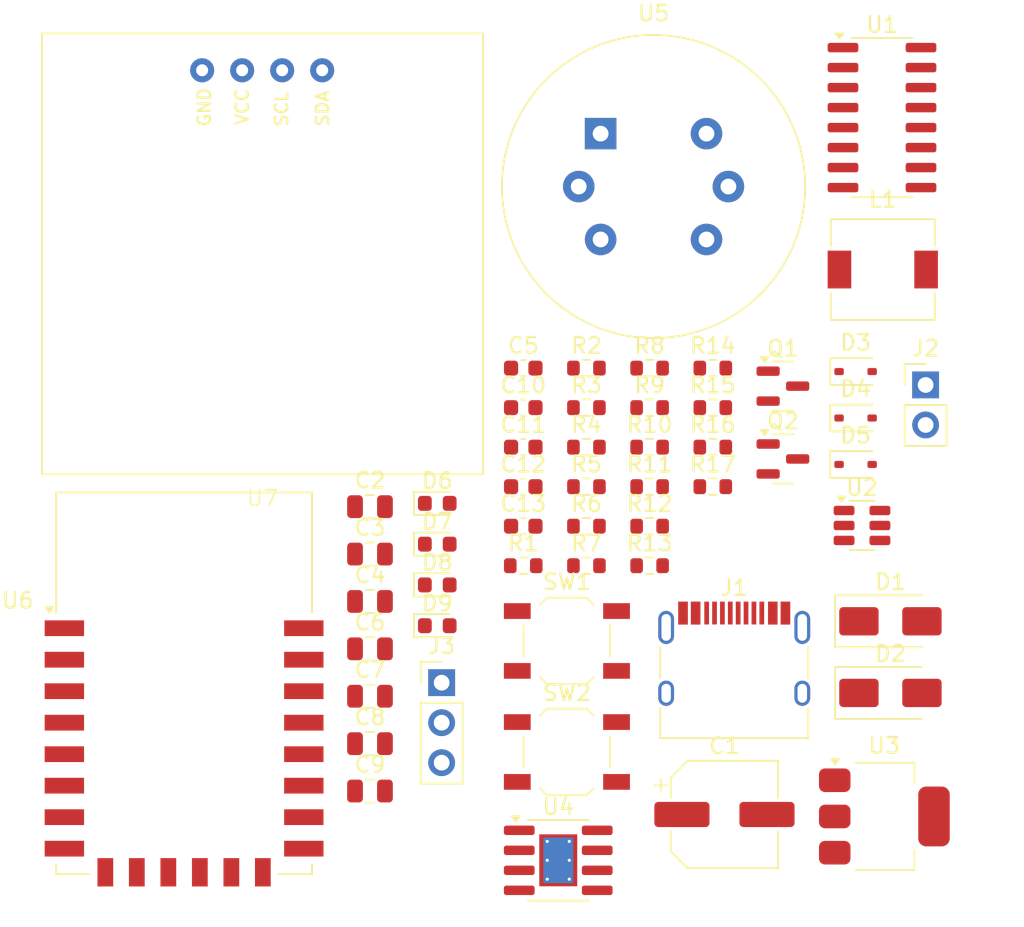
<source format=kicad_pcb>
(kicad_pcb (version 20241229) (generator "pcbnew") (generator_version "9.0")
  (layers (0 "F.Cu" signal) (4 "In1.Cu" signal) (6 "In2.Cu" signal) (2 "B.Cu" mixed) (13 "F.Paste" user) (15 "B.Paste" user) (5 "F.SilkS" user "F.Silkscreen") (7 "B.SilkS" user "B.Silkscreen") (1 "F.Mask" user) (3 "B.Mask" user) (25 "Edge.Cuts" user))
  (net 0 "")
  (net 1 "GND")
  (net 2 "+5V")
  (net 3 "Net-(U1-V3)")
  (net 4 "VBATT{slash}PWR")
  (net 5 "+3.3V")
  (net 6 "VBATT")
  (net 7 "Net-(C10-Pad2)")
  (net 8 "Net-(C11-Pad2)")
  (net 9 "MCU_3V3")
  (net 10 "VBUS")
  (net 11 "Net-(D2-A)")
  (net 12 "D+")
  (net 13 "D-")
  (net 14 "Net-(D6-K)")
  (net 15 "Net-(D7-K)")
  (net 16 "Net-(D8-A)")
  (net 17 "Net-(D9-A)")
  (net 18 "Net-(J1-CC2)")
  (net 19 "Net-(J1-CC1)")
  (net 23 "Net-(U2-EN)")
  (net 24 "RTS")
  (net 25 "RESET")
  (net 26 "Net-(Q1-B)")
  (net 27 "Net-(Q2-B)")
  (net 28 "DTR")
  (net 29 "100{slash}D3")
  (net 30 "Net-(U2-FB)")
  (net 31 "Net-(U4-~{CHRG})")
  (net 32 "Net-(U4-~{STDBY})")
  (net 33 "Net-(U4-PROG)")
  (net 34 "AO")
  (net 35 "Net-(U5-A1)")
  (net 36 "Net-(U6-EN)")
  (net 37 "EXT{slash}1013")
  (net 38 "LED{slash}1014")
  (net 41 "TXD")
  (net 45 "RXD")
  (net 59 "SCL{slash}105")
  (net 60 "SDA{slash}104")
  (footprint "Capacitor_SMD:C_0805_2012Metric" (layer "F.Cu") (at 137.545 105.31)
    (property "Reference" "C3" (at 0 -1.68 0) (layer "F.SilkS"))
    (property "Value" "22uf")
    (fp_line (start -0.261252 -0.735) (end 0.261252 -0.735) (stroke (width 0.12)) (layer "F.SilkS"))
    (fp_line (start -0.261252 0.735) (end 0.261252 0.735) (stroke (width 0.12)) (layer "F.SilkS"))
    (pad "1" smd roundrect (at -0.95 0) (size 1 1.45) (layers "F.Cu" "F.Mask" "F.Paste") (net 2 "+5V"))
    (pad "2" smd roundrect (at 0.95 0) (size 1 1.45) (layers "F.Cu" "F.Mask" "F.Paste") (net 1 "GND"))
  )
  (footprint "Resistor_SMD:R_0603_1608Metric" (layer "F.Cu") (at 159.305 98.52)
    (property "Reference" "R16" (at 0 -1.43 0) (layer "F.SilkS"))
    (property "Value" "220E")
    (fp_line (start -0.237258 -0.5225) (end 0.237258 -0.5225) (stroke (width 0.12)) (layer "F.SilkS"))
    (fp_line (start -0.237258 0.5225) (end 0.237258 0.5225) (stroke (width 0.12)) (layer "F.SilkS"))
    (pad "1" smd roundrect (at -0.825 0) (size 0.8 0.95) (layers "F.Cu" "F.Mask" "F.Paste") (net 16 "Net-(D8-A)"))
    (pad "2" smd roundrect (at 0.825 0) (size 0.8 0.95) (layers "F.Cu" "F.Mask" "F.Paste") (net 37 "EXT{slash}1013"))
  )
  (footprint "Resistor_SMD:R_0603_1608Metric" (layer "F.Cu") (at 151.285 96.01)
    (property "Reference" "R3" (at 0 -1.43 0) (layer "F.SilkS"))
    (property "Value" "10k")
    (fp_line (start -0.237258 -0.5225) (end 0.237258 -0.5225) (stroke (width 0.12)) (layer "F.SilkS"))
    (fp_line (start -0.237258 0.5225) (end 0.237258 0.5225) (stroke (width 0.12)) (layer "F.SilkS"))
    (pad "1" smd roundrect (at -0.825 0) (size 0.8 0.95) (layers "F.Cu" "F.Mask" "F.Paste") (net 28 "DTR"))
    (pad "2" smd roundrect (at 0.825 0) (size 0.8 0.95) (layers "F.Cu" "F.Mask" "F.Paste") (net 26 "Net-(Q1-B)"))
  )
  (footprint "Diode_SMD:D_SOD-323" (layer "F.Cu") (at 168.37 96.67)
    (property "Reference" "D4" (at 0 -1.85 0) (layer "F.SilkS"))
    (property "Value" "LESD5D5.OCT1G")
    (fp_line (start -1.61 -0.85) (end -1.61 0.85) (stroke (width 0.12)) (layer "F.SilkS"))
    (fp_line (start -1.61 -0.85) (end 1.05 -0.85) (stroke (width 0.12)) (layer "F.SilkS"))
    (fp_line (start -1.61 0.85) (end 1.05 0.85) (stroke (width 0.12)) (layer "F.SilkS"))
    (pad "1" smd roundrect (at -1.05 0) (size 0.6 0.45) (layers "F.Cu" "F.Mask" "F.Paste") (net 1 "GND"))
    (pad "2" smd roundrect (at 1.05 0) (size 0.6 0.45) (layers "F.Cu" "F.Mask" "F.Paste") (net 12 "D+"))
  )
  (footprint "Resistor_SMD:R_0603_1608Metric" (layer "F.Cu") (at 151.285 98.52)
    (property "Reference" "R4" (at 0 -1.43 0) (layer "F.SilkS"))
    (property "Value" "10k")
    (fp_line (start -0.237258 -0.5225) (end 0.237258 -0.5225) (stroke (width 0.12)) (layer "F.SilkS"))
    (fp_line (start -0.237258 0.5225) (end 0.237258 0.5225) (stroke (width 0.12)) (layer "F.SilkS"))
    (pad "1" smd roundrect (at -0.825 0) (size 0.8 0.95) (layers "F.Cu" "F.Mask" "F.Paste") (net 24 "RTS"))
    (pad "2" smd roundrect (at 0.825 0) (size 0.8 0.95) (layers "F.Cu" "F.Mask" "F.Paste") (net 27 "Net-(Q2-B)"))
  )
  (footprint "Capacitor_SMD:C_0603_1608Metric" (layer "F.Cu") (at 147.275 93.5)
    (property "Reference" "C5" (at 0 -1.43 0) (layer "F.SilkS"))
    (property "Value" "0.1uf")
    (fp_line (start -0.14058 -0.51) (end 0.14058 -0.51) (stroke (width 0.12)) (layer "F.SilkS"))
    (fp_line (start -0.14058 0.51) (end 0.14058 0.51) (stroke (width 0.12)) (layer "F.SilkS"))
    (pad "1" smd roundrect (at -0.775 0) (size 0.9 0.95) (layers "F.Cu" "F.Mask" "F.Paste") (net 2 "+5V"))
    (pad "2" smd roundrect (at 0.775 0) (size 0.9 0.95) (layers "F.Cu" "F.Mask" "F.Paste") (net 1 "GND"))
  )
  (footprint "Resistor_SMD:R_0603_1608Metric" (layer "F.Cu") (at 151.285 101.03)
    (property "Reference" "R5" (at 0 -1.43 0) (layer "F.SilkS"))
    (property "Value" "75k")
    (fp_line (start -0.237258 -0.5225) (end 0.237258 -0.5225) (stroke (width 0.12)) (layer "F.SilkS"))
    (fp_line (start -0.237258 0.5225) (end 0.237258 0.5225) (stroke (width 0.12)) (layer "F.SilkS"))
    (pad "1" smd roundrect (at -0.825 0) (size 0.8 0.95) (layers "F.Cu" "F.Mask" "F.Paste") (net 2 "+5V"))
    (pad "2" smd roundrect (at 0.825 0) (size 0.8 0.95) (layers "F.Cu" "F.Mask" "F.Paste") (net 30 "Net-(U2-FB)"))
  )
  (footprint "Package_TO_SOT_SMD:SOT-23" (layer "F.Cu") (at 163.755 99.27)
    (property "Reference" "Q2" (at 0 -2.4 0) (layer "F.SilkS"))
    (property "Value" "SS8050")
    (fp_line (start 0 -1.56) (end -0.65 -1.56) (stroke (width 0.12)) (layer "F.SilkS"))
    (fp_line (start 0 -1.56) (end 0.65 -1.56) (stroke (width 0.12)) (layer "F.SilkS"))
    (fp_line (start 0 1.56) (end -0.65 1.56) (stroke (width 0.12)) (layer "F.SilkS"))
    (fp_line (start 0 1.56) (end 0.65 1.56) (stroke (width 0.12)) (layer "F.SilkS"))
    (fp_poly (pts (xy -1.1625 -1.51) (xy -1.4025 -1.84) (xy -0.9225 -1.84) (xy -1.1625 -1.51)) (stroke (width 0.12)) (fill yes) (layer "F.SilkS"))
    (pad "1" smd roundrect (at -0.9375 -0.95) (size 1.475 0.6) (layers "F.Cu" "F.Mask" "F.Paste") (net 27 "Net-(Q2-B)"))
    (pad "2" smd roundrect (at -0.9375 0.95) (size 1.475 0.6) (layers "F.Cu" "F.Mask" "F.Paste") (net 28 "DTR"))
    (pad "3" smd roundrect (at 0.9375 0) (size 1.475 0.6) (layers "F.Cu" "F.Mask" "F.Paste") (net 29 "100{slash}D3"))
  )
  (footprint "Capacitor_SMD:C_0603_1608Metric" (layer "F.Cu") (at 147.275 103.54)
    (property "Reference" "C13" (at 0 -1.43 0) (layer "F.SilkS"))
    (property "Value" "0.1uf")
    (fp_line (start -0.14058 -0.51) (end 0.14058 -0.51) (stroke (width 0.12)) (layer "F.SilkS"))
    (fp_line (start -0.14058 0.51) (end 0.14058 0.51) (stroke (width 0.12)) (layer "F.SilkS"))
    (pad "1" smd roundrect (at -0.775 0) (size 0.9 0.95) (layers "F.Cu" "F.Mask" "F.Paste") (net 9 "MCU_3V3"))
    (pad "2" smd roundrect (at 0.775 0) (size 0.9 0.95) (layers "F.Cu" "F.Mask" "F.Paste") (net 1 "GND"))
  )
  (footprint "Connector_PinHeader_2.54mm:PinHeader_1x02_P2.54mm_Vertical" (layer "F.Cu") (at 172.815 94.57)
    (property "Reference" "J2" (at 0 -2.33 0) (layer "F.SilkS"))
    (property "Value" "Conn_01x02_Pin")
    (fp_line (start -1.33 -1.33) (end 0 -1.33) (stroke (width 0.12)) (layer "F.SilkS"))
    (fp_line (start -1.33 0) (end -1.33 -1.33) (stroke (width 0.12)) (layer "F.SilkS"))
    (fp_line (start -1.33 1.27) (end -1.33 3.87) (stroke (width 0.12)) (layer "F.SilkS"))
    (fp_line (start -1.33 1.27) (end 1.33 1.27) (stroke (width 0.12)) (layer "F.SilkS"))
    (fp_line (start -1.33 3.87) (end 1.33 3.87) (stroke (width 0.12)) (layer "F.SilkS"))
    (fp_line (start 1.33 1.27) (end 1.33 3.87) (stroke (width 0.12)) (layer "F.SilkS"))
    (pad "1" thru_hole rect (at 0 0) (size 1.7 1.7) (drill 1) (layers "*.Cu" "*.Mask") (net 6 "VBATT"))
    (pad "2" thru_hole oval (at 0 2.54) (size 1.7 1.7) (drill 1) (layers "*.Cu" "*.Mask") (net 1 "GND"))
  )
  (footprint "Capacitor_SMD:C_0805_2012Metric" (layer "F.Cu") (at 137.545 108.32)
    (property "Reference" "C4" (at 0 -1.68 0) (layer "F.SilkS"))
    (property "Value" "22uf")
    (fp_line (start -0.261252 -0.735) (end 0.261252 -0.735) (stroke (width 0.12)) (layer "F.SilkS"))
    (fp_line (start -0.261252 0.735) (end 0.261252 0.735) (stroke (width 0.12)) (layer "F.SilkS"))
    (pad "1" smd roundrect (at -0.95 0) (size 1 1.45) (layers "F.Cu" "F.Mask" "F.Paste") (net 4 "VBATT{slash}PWR"))
    (pad "2" smd roundrect (at 0.95 0) (size 1 1.45) (layers "F.Cu" "F.Mask" "F.Paste") (net 1 "GND"))
  )
  (footprint "Diode_SMD:D_SMA" (layer "F.Cu") (at 170.58 109.58)
    (property "Reference" "D1" (at 0 -2.5 0) (layer "F.SilkS"))
    (property "Value" "SS34")
    (fp_line (start -3.51 -1.65) (end -3.51 1.65) (stroke (width 0.12)) (layer "F.SilkS"))
    (fp_line (start -3.51 -1.65) (end 2 -1.65) (stroke (width 0.12)) (layer "F.SilkS"))
    (fp_line (start -3.51 1.65) (end 2 1.65) (stroke (width 0.12)) (layer "F.SilkS"))
    (pad "1" smd roundrect (at -2 0) (size 2.5 1.8) (layers "F.Cu" "F.Mask" "F.Paste") (roundrect_rratio 0.1388888889) (net 2 "+5V"))
    (pad "2" smd roundrect (at 2 0) (size 2.5 1.8) (layers "F.Cu" "F.Mask" "F.Paste") (roundrect_rratio 0.1388888889) (net 10 "VBUS"))
  )
  (footprint "Resistor_SMD:R_0603_1608Metric" (layer "F.Cu") (at 159.305 93.5)
    (property "Reference" "R14" (at 0 -1.43 0) (layer "F.SilkS"))
    (property "Value" "10k")
    (fp_line (start -0.237258 -0.5225) (end 0.237258 -0.5225) (stroke (width 0.12)) (layer "F.SilkS"))
    (fp_line (start -0.237258 0.5225) (end 0.237258 0.5225) (stroke (width 0.12)) (layer "F.SilkS"))
    (pad "1" smd roundrect (at -0.825 0) (size 0.8 0.95) (layers "F.Cu" "F.Mask" "F.Paste") (net 8 "Net-(C11-Pad2)"))
    (pad "2" smd roundrect (at 0.825 0) (size 0.8 0.95) (layers "F.Cu" "F.Mask" "F.Paste") (net 9 "MCU_3V3"))
  )
  (footprint "OLED SSD1306:SSD 1306" (layer "F.Cu") (at 130.7 84.745)
    (property "Reference" "U7" (at 0.02 17.02 0) (layer "F.SilkS") (effects (font (thickness 0.1))))
    (property "Value" "SSD 1306")
    (fp_line (start -13.98 -12.5) (end 14.02 -12.5) (stroke (width 0.1)) (layer "F.SilkS"))
    (fp_line (start -13.98 15.5) (end -13.98 -12.5) (stroke (width 0.1)) (layer "F.SilkS"))
    (fp_line (start 14.02 -12.5) (end 14.02 15.5) (stroke (width 0.1)) (layer "F.SilkS"))
    (fp_line (start 14.02 15.5) (end -13.98 15.5) (stroke (width 0.1)) (layer "F.SilkS"))
    (fp_rect (start -13.98 -12.5) (end 14.02 15.5) (stroke (width 0.1)) (fill no) (layer "F.SilkS"))
    (fp_text user "SCL" (at 1.7 -6.5 90) (layer "F.SilkS") (effects (font (size 0.8 0.8) (thickness 0.15) (bold yes)) (justify left bottom)))
    (fp_text user "GND" (at -3.2 -6.5 90) (layer "F.SilkS") (effects (font (size 0.8 0.8) (thickness 0.15) (bold yes)) (justify left bottom)))
    (fp_text user "VCC" (at -0.8 -6.6 90) (layer "F.SilkS") (effects (font (size 0.8 0.8) (thickness 0.15) (bold yes)) (justify left bottom)))
    (fp_text user "SDA" (at 4.3 -6.5 90) (layer "F.SilkS") (effects (font (size 0.8 0.8) (thickness 0.15) (bold yes)) (justify left bottom)))
    (pad "1" thru_hole circle (at -3.81 -10.16) (size 1.524 1.524) (drill 0.762) (layers "*.Cu" "*.Mask") (net 1 "GND"))
    (pad "2" thru_hole circle (at -1.27 -10.16) (size 1.524 1.524) (drill 0.762) (layers "*.Cu" "*.Mask") (net 2 "+5V"))
    (pad "3" thru_hole circle (at 1.27 -10.16) (size 1.524 1.524) (drill 0.762) (layers "*.Cu" "*.Mask") (net 59 "SCL{slash}105"))
    (pad "4" thru_hole circle (at 3.81 -10.16) (size 1.524 1.524) (drill 0.762) (layers "*.Cu" "*.Mask") (net 60 "SDA{slash}104"))
  )
  (footprint "Diode_SMD:D_0603_1608Metric" (layer "F.Cu") (at 141.815 102.09)
    (property "Reference" "D6" (at 0 -1.43 0) (layer "F.SilkS"))
    (property "Value" "RED")
    (fp_line (start -1.485 -0.735) (end -1.485 0.735) (stroke (width 0.12)) (layer "F.SilkS"))
    (fp_line (start -1.485 0.735) (end 0.8 0.735) (stroke (width 0.12)) (layer "F.SilkS"))
    (fp_line (start 0.8 -0.735) (end -1.485 -0.735) (stroke (width 0.12)) (layer "F.SilkS"))
    (pad "1" smd roundrect (at -0.7875 0) (size 0.875 0.95) (layers "F.Cu" "F.Mask" "F.Paste") (net 14 "Net-(D6-K)"))
    (pad "2" smd roundrect (at 0.7875 0) (size 0.875 0.95) (layers "F.Cu" "F.Mask" "F.Paste") (net 2 "+5V"))
  )
  (footprint "Capacitor_SMD:C_0805_2012Metric" (layer "F.Cu") (at 137.545 117.35)
    (property "Reference" "C8" (at 0 -1.68 0) (layer "F.SilkS"))
    (property "Value" "10uf")
    (fp_line (start -0.261252 -0.735) (end 0.261252 -0.735) (stroke (width 0.12)) (layer "F.SilkS"))
    (fp_line (start -0.261252 0.735) (end 0.261252 0.735) (stroke (width 0.12)) (layer "F.SilkS"))
    (pad "1" smd roundrect (at -0.95 0) (size 1 1.45) (layers "F.Cu" "F.Mask" "F.Paste") (net 2 "+5V"))
    (pad "2" smd roundrect (at 0.95 0) (size 1 1.45) (layers "F.Cu" "F.Mask" "F.Paste") (net 1 "GND"))
  )
  (footprint "Capacitor_SMD:C_0805_2012Metric" (layer "F.Cu") (at 137.545 120.36)
    (property "Reference" "C9" (at 0 -1.68 0) (layer "F.SilkS"))
    (property "Value" "10uf")
    (fp_line (start -0.261252 -0.735) (end 0.261252 -0.735) (stroke (width 0.12)) (layer "F.SilkS"))
    (fp_line (start -0.261252 0.735) (end 0.261252 0.735) (stroke (width 0.12)) (layer "F.SilkS"))
    (pad "1" smd roundrect (at -0.95 0) (size 1 1.45) (layers "F.Cu" "F.Mask" "F.Paste") (net 6 "VBATT"))
    (pad "2" smd roundrect (at 0.95 0) (size 1 1.45) (layers "F.Cu" "F.Mask" "F.Paste") (net 1 "GND"))
  )
  (footprint "Diode_SMD:D_0603_1608Metric" (layer "F.Cu") (at 141.815 109.86)
    (property "Reference" "D9" (at 0 -1.43 0) (layer "F.SilkS"))
    (property "Value" "LED")
    (fp_line (start -1.485 -0.735) (end -1.485 0.735) (stroke (width 0.12)) (layer "F.SilkS"))
    (fp_line (start -1.485 0.735) (end 0.8 0.735) (stroke (width 0.12)) (layer "F.SilkS"))
    (fp_line (start 0.8 -0.735) (end -1.485 -0.735) (stroke (width 0.12)) (layer "F.SilkS"))
    (pad "1" smd roundrect (at -0.7875 0) (size 0.875 0.95) (layers "F.Cu" "F.Mask" "F.Paste") (net 1 "GND"))
    (pad "2" smd roundrect (at 0.7875 0) (size 0.875 0.95) (layers "F.Cu" "F.Mask" "F.Paste") (net 17 "Net-(D9-A)"))
  )
  (footprint "Resistor_SMD:R_0603_1608Metric" (layer "F.Cu") (at 155.295 101.03)
    (property "Reference" "R11" (at 0 -1.43 0) (layer "F.SilkS"))
    (property "Value" "1k")
    (fp_line (start -0.237258 -0.5225) (end 0.237258 -0.5225) (stroke (width 0.12)) (layer "F.SilkS"))
    (fp_line (start -0.237258 0.5225) (end 0.237258 0.5225) (stroke (width 0.12)) (layer "F.SilkS"))
    (pad "1" smd roundrect (at -0.825 0) (size 0.8 0.95) (layers "F.Cu" "F.Mask" "F.Paste") (net 1 "GND"))
    (pad "2" smd roundrect (at 0.825 0) (size 0.8 0.95) (layers "F.Cu" "F.Mask" "F.Paste") (net 34 "AO"))
  )
  (footprint "Resistor_SMD:R_0603_1608Metric" (layer "F.Cu") (at 151.285 103.54)
    (property "Reference" "R6" (at 0 -1.43 0) (layer "F.SilkS"))
    (property "Value" "10k")
    (fp_line (start -0.237258 -0.5225) (end 0.237258 -0.5225) (stroke (width 0.12)) (layer "F.SilkS"))
    (fp_line (start -0.237258 0.5225) (end 0.237258 0.5225) (stroke (width 0.12)) (layer "F.SilkS"))
    (pad "1" smd roundrect (at -0.825 0) (size 0.8 0.95) (layers "F.Cu" "F.Mask" "F.Paste") (net 30 "Net-(U2-FB)"))
    (pad "2" smd roundrect (at 0.825 0) (size 0.8 0.95) (layers "F.Cu" "F.Mask" "F.Paste") (net 1 "GND"))
  )
  (footprint "Resistor_SMD:R_0603_1608Metric" (layer "F.Cu") (at 147.275 106.05)
    (property "Reference" "R1" (at 0 -1.43 0) (layer "F.SilkS"))
    (property "Value" "5.1k")
    (fp_line (start -0.237258 -0.5225) (end 0.237258 -0.5225) (stroke (width 0.12)) (layer "F.SilkS"))
    (fp_line (start -0.237258 0.5225) (end 0.237258 0.5225) (stroke (width 0.12)) (layer "F.SilkS"))
    (pad "1" smd roundrect (at -0.825 0) (size 0.8 0.95) (layers "F.Cu" "F.Mask" "F.Paste") (net 19 "Net-(J1-CC1)"))
    (pad "2" smd roundrect (at 0.825 0) (size 0.8 0.95) (layers "F.Cu" "F.Mask" "F.Paste") (net 1 "GND"))
  )
  (footprint "Resistor_SMD:R_0603_1608Metric" (layer "F.Cu") (at 155.295 98.52)
    (property "Reference" "R10" (at 0 -1.43 0) (layer "F.SilkS"))
    (property "Value" "4.7k")
    (fp_line (start -0.237258 -0.5225) (end 0.237258 -0.5225) (stroke (width 0.12)) (layer "F.SilkS"))
    (fp_line (start -0.237258 0.5225) (end 0.237258 0.5225) (stroke (width 0.12)) (layer "F.SilkS"))
    (pad "1" smd roundrect (at -0.825 0) (size 0.8 0.95) (layers "F.Cu" "F.Mask" "F.Paste") (net 34 "AO"))
    (pad "2" smd roundrect (at 0.825 0) (size 0.8 0.95) (layers "F.Cu" "F.Mask" "F.Paste") (net 35 "Net-(U5-A1)"))
  )
  (footprint "Diode_SMD:D_0603_1608Metric" (layer "F.Cu") (at 141.815 107.27)
    (property "Reference" "D8" (at 0 -1.43 0) (layer "F.SilkS"))
    (property "Value" "LED")
    (fp_line (start -1.485 -0.735) (end -1.485 0.735) (stroke (width 0.12)) (layer "F.SilkS"))
    (fp_line (start -1.485 0.735) (end 0.8 0.735) (stroke (width 0.12)) (layer "F.SilkS"))
    (fp_line (start 0.8 -0.735) (end -1.485 -0.735) (stroke (width 0.12)) (layer "F.SilkS"))
    (pad "1" smd roundrect (at -0.7875 0) (size 0.875 0.95) (layers "F.Cu" "F.Mask" "F.Paste") (net 1 "GND"))
    (pad "2" smd roundrect (at 0.7875 0) (size 0.875 0.95) (layers "F.Cu" "F.Mask" "F.Paste") (net 16 "Net-(D8-A)"))
  )
  (footprint "Resistor_SMD:R_0603_1608Metric" (layer "F.Cu") (at 155.295 93.5)
    (property "Reference" "R8" (at 0 -1.43 0) (layer "F.SilkS"))
    (property "Value" "1k")
    (fp_line (start -0.237258 -0.5225) (end 0.237258 -0.5225) (stroke (width 0.12)) (layer "F.SilkS"))
    (fp_line (start -0.237258 0.5225) (end 0.237258 0.5225) (stroke (width 0.12)) (layer "F.SilkS"))
    (pad "1" smd roundrect (at -0.825 0) (size 0.8 0.95) (layers "F.Cu" "F.Mask" "F.Paste") (net 14 "Net-(D6-K)"))
    (pad "2" smd roundrect (at 0.825 0) (size 0.8 0.95) (layers "F.Cu" "F.Mask" "F.Paste") (net 32 "Net-(U4-~{STDBY})"))
  )
  (footprint "Package_TO_SOT_SMD:SOT-23" (layer "F.Cu") (at 163.755 94.645)
    (property "Reference" "Q1" (at 0 -2.4 0) (layer "F.SilkS"))
    (property "Value" "SS8050")
    (fp_line (start 0 -1.56) (end -0.65 -1.56) (stroke (width 0.12)) (layer "F.SilkS"))
    (fp_line (start 0 -1.56) (end 0.65 -1.56) (stroke (width 0.12)) (layer "F.SilkS"))
    (fp_line (start 0 1.56) (end -0.65 1.56) (stroke (width 0.12)) (layer "F.SilkS"))
    (fp_line (start 0 1.56) (end 0.65 1.56) (stroke (width 0.12)) (layer "F.SilkS"))
    (fp_poly (pts (xy -1.1625 -1.51) (xy -1.4025 -1.84) (xy -0.9225 -1.84) (xy -1.1625 -1.51)) (stroke (width 0.12)) (fill yes) (layer "F.SilkS"))
    (pad "1" smd roundrect (at -0.9375 -0.95) (size 1.475 0.6) (layers "F.Cu" "F.Mask" "F.Paste") (net 26 "Net-(Q1-B)"))
    (pad "2" smd roundrect (at -0.9375 0.95) (size 1.475 0.6) (layers "F.Cu" "F.Mask" "F.Paste") (net 24 "RTS"))
    (pad "3" smd roundrect (at 0.9375 0) (size 1.475 0.6) (layers "F.Cu" "F.Mask" "F.Paste") (net 25 "RESET"))
  )
  (footprint "Capacitor_SMD:C_0603_1608Metric" (layer "F.Cu") (at 147.275 101.03)
    (property "Reference" "C12" (at 0 -1.43 0) (layer "F.SilkS"))
    (property "Value" "0.1uf")
    (fp_line (start -0.14058 -0.51) (end 0.14058 -0.51) (stroke (width 0.12)) (layer "F.SilkS"))
    (fp_line (start -0.14058 0.51) (end 0.14058 0.51) (stroke (width 0.12)) (layer "F.SilkS"))
    (pad "1" smd roundrect (at -0.775 0) (size 0.9 0.95) (layers "F.Cu" "F.Mask" "F.Paste") (net 1 "GND"))
    (pad "2" smd roundrect (at 0.775 0) (size 0.9 0.95) (layers "F.Cu" "F.Mask" "F.Paste") (net 9 "MCU_3V3"))
  )
  (footprint "RF_Module:ESP-12E" (layer "F.Cu") (at 125.745 113.52)
    (property "Reference" "U6" (at -10.56 -5.26 0) (layer "F.SilkS"))
    (property "Value" "ESP-12E")
    (fp_line (start -8.12 -12.12) (end 8.12 -12.12) (stroke (width 0.12)) (layer "F.SilkS"))
    (fp_line (start -8.12 -4.5) (end -8.12 -12.12) (stroke (width 0.12)) (layer "F.SilkS"))
    (fp_line (start -8.12 12.12) (end -8.12 11.5) (stroke (width 0.12)) (layer "F.SilkS"))
    (fp_line (start -6 12.12) (end -8.12 12.12) (stroke (width 0.12)) (layer "F.SilkS"))
    (fp_line (start 8.12 -12.12) (end 8.12 -4.5) (stroke (width 0.12)) (layer "F.SilkS"))
    (fp_line (start 8.12 11.5) (end 8.12 12.12) (stroke (width 0.12)) (layer "F.SilkS"))
    (fp_line (start 8.12 12.12) (end 6 12.12) (stroke (width 0.12)) (layer "F.SilkS"))
    (fp_poly (pts (xy -8.55 -4.5) (xy -8.79 -4.836) (xy -8.31 -4.836) (xy -8.55 -4.5)) (stroke (width 0.12)) (fill yes) (layer "F.SilkS"))
    (pad "1" smd rect (at -7.6 -3.5) (size 2.5 1) (layers "F.Cu" "F.Mask" "F.Paste") (net 25 "RESET"))
    (pad "2" smd rect (at -7.6 -1.5) (size 2.5 1) (layers "F.Cu" "F.Mask" "F.Paste") (net 34 "AO"))
    (pad "3" smd rect (at -7.6 0.5) (size 2.5 1) (layers "F.Cu" "F.Mask" "F.Paste") (net 36 "Net-(U6-EN)"))
    (pad "4" smd rect (at -7.6 2.5) (size 2.5 1) (layers "F.Cu" "F.Mask" "F.Paste"))
    (pad "5" smd rect (at -7.6 4.5) (size 2.5 1) (layers "F.Cu" "F.Mask" "F.Paste") (net 38 "LED{slash}1014"))
    (pad "6" smd rect (at -7.6 6.5) (size 2.5 1) (layers "F.Cu" "F.Mask" "F.Paste"))
    (pad "7" smd rect (at -7.6 8.5) (size 2.5 1) (layers "F.Cu" "F.Mask" "F.Paste") (net 37 "EXT{slash}1013"))
    (pad "8" smd rect (at -7.6 10.5) (size 2.5 1) (layers "F.Cu" "F.Mask" "F.Paste") (net 9 "MCU_3V3"))
    (pad "9" smd rect (at -5 12) (size 1 1.8) (layers "F.Cu" "F.Mask" "F.Paste"))
    (pad "10" smd rect (at -3 12) (size 1 1.8) (layers "F.Cu" "F.Mask" "F.Paste"))
    (pad "11" smd rect (at -1 12) (size 1 1.8) (layers "F.Cu" "F.Mask" "F.Paste"))
    (pad "12" smd rect (at 1 12) (size 1 1.8) (layers "F.Cu" "F.Mask" "F.Paste"))
    (pad "13" smd rect (at 3 12) (size 1 1.8) (layers "F.Cu" "F.Mask" "F.Paste"))
    (pad "14" smd rect (at 5 12) (size 1 1.8) (layers "F.Cu" "F.Mask" "F.Paste"))
    (pad "15" smd rect (at 7.6 10.5) (size 2.5 1) (layers "F.Cu" "F.Mask" "F.Paste") (net 1 "GND"))
    (pad "16" smd rect (at 7.6 8.5) (size 2.5 1) (layers "F.Cu" "F.Mask" "F.Paste"))
    (pad "17" smd rect (at 7.6 6.5) (size 2.5 1) (layers "F.Cu" "F.Mask" "F.Paste"))
    (pad "18" smd rect (at 7.6 4.5) (size 2.5 1) (layers "F.Cu" "F.Mask" "F.Paste") (net 29 "100{slash}D3"))
    (pad "19" smd rect (at 7.6 2.5) (size 2.5 1) (layers "F.Cu" "F.Mask" "F.Paste") (net 60 "SDA{slash}104"))
    (pad "20" smd rect (at 7.6 0.5) (size 2.5 1) (layers "F.Cu" "F.Mask" "F.Paste") (net 59 "SCL{slash}105"))
    (pad "21" smd rect (at 7.6 -1.5) (size 2.5 1) (layers "F.Cu" "F.Mask" "F.Paste") (net 45 "RXD"))
    (pad "22" smd rect (at 7.6 -3.5) (size 2.5 1) (layers "F.Cu" "F.Mask" "F.Paste") (net 41 "TXD"))
  )
  (footprint "Package_TO_SOT_SMD:SOT-23-6" (layer "F.Cu") (at 168.775 103.495)
    (property "Reference" "U2" (at 0 -2.4 0) (layer "F.SilkS"))
    (property "Value" "MT3608")
    (fp_line (start 0 -1.56) (end -0.8 -1.56) (stroke (width 0.12)) (layer "F.SilkS"))
    (fp_line (start 0 -1.56) (end 0.8 -1.56) (stroke (width 0.12)) (layer "F.SilkS"))
    (fp_line (start 0 1.56) (end -0.8 1.56) (stroke (width 0.12)) (layer "F.SilkS"))
    (fp_line (start 0 1.56) (end 0.8 1.56) (stroke (width 0.12)) (layer "F.SilkS"))
    (fp_poly (pts (xy -1.3 -1.51) (xy -1.54 -1.84) (xy -1.06 -1.84) (xy -1.3 -1.51)) (stroke (width 0.12)) (fill yes) (layer "F.SilkS"))
    (pad "1" smd roundrect (at -1.1375 -0.95) (size 1.325 0.6) (layers "F.Cu" "F.Mask" "F.Paste") (net 11 "Net-(D2-A)"))
    (pad "2" smd roundrect (at -1.1375 0) (size 1.325 0.6) (layers "F.Cu" "F.Mask" "F.Paste") (net 1 "GND"))
    (pad "3" smd roundrect (at -1.1375 0.95) (size 1.325 0.6) (layers "F.Cu" "F.Mask" "F.Paste") (net 30 "Net-(U2-FB)"))
    (pad "4" smd roundrect (at 1.1375 0.95) (size 1.325 0.6) (layers "F.Cu" "F.Mask" "F.Paste") (net 23 "Net-(U2-EN)"))
    (pad "5" smd roundrect (at 1.1375 0) (size 1.325 0.6) (layers "F.Cu" "F.Mask" "F.Paste") (net 4 "VBATT{slash}PWR"))
    (pad "6" smd roundrect (at 1.1375 -0.95) (size 1.325 0.6) (layers "F.Cu" "F.Mask" "F.Paste"))
  )
  (footprint "Capacitor_SMD:C_0805_2012Metric" (layer "F.Cu") (at 137.545 111.33)
    (property "Reference" "C6" (at 0 -1.68 0) (layer "F.SilkS"))
    (property "Value" "10uf")
    (fp_line (start -0.261252 -0.735) (end 0.261252 -0.735) (stroke (width 0.12)) (layer "F.SilkS"))
    (fp_line (start -0.261252 0.735) (end 0.261252 0.735) (stroke (width 0.12)) (layer "F.SilkS"))
    (pad "1" smd roundrect (at -0.95 0) (size 1 1.45) (layers "F.Cu" "F.Mask" "F.Paste") (net 2 "+5V"))
    (pad "2" smd roundrect (at 0.95 0) (size 1 1.45) (layers "F.Cu" "F.Mask" "F.Paste") (net 1 "GND"))
  )
  (footprint "Inductor_SMD:L_6.3x6.3_H3" (layer "F.Cu") (at 170.095 87.24)
    (property "Reference" "L1" (at 0 -4.45 0) (layer "F.SilkS"))
    (property "Value" "L")
    (fp_line (start -3.3 -3.2) (end 3.3 -3.2) (stroke (width 0.12)) (layer "F.SilkS"))
    (fp_line (start -3.3 -1.5) (end -3.3 -3.2) (stroke (width 0.12)) (layer "F.SilkS"))
    (fp_line (start -3.3 3.2) (end -3.3 1.5) (stroke (width 0.12)) (layer "F.SilkS"))
    (fp_line (start 3.3 -3.2) (end 3.3 -1.5) (stroke (width 0.12)) (layer "F.SilkS"))
    (fp_line (start 3.3 1.5) (end 3.3 3.2) (stroke (width 0.12)) (layer "F.SilkS"))
    (fp_line (start 3.3 3.2) (end -3.3 3.2) (stroke (width 0.12)) (layer "F.SilkS"))
    (pad "1" smd rect (at -2.75 0) (size 1.5 2.4) (layers "F.Cu" "F.Mask" "F.Paste") (net 23 "Net-(U2-EN)"))
    (pad "2" smd rect (at 2.75 0) (size 1.5 2.4) (layers "F.Cu" "F.Mask" "F.Paste") (net 11 "Net-(D2-A)"))
  )
  (footprint "Capacitor_SMD:C_0603_1608Metric" (layer "F.Cu") (at 147.275 98.52)
    (property "Reference" "C11" (at 0 -1.43 0) (layer "F.SilkS"))
    (property "Value" "0.1uf")
    (fp_line (start -0.14058 -0.51) (end 0.14058 -0.51) (stroke (width 0.12)) (layer "F.SilkS"))
    (fp_line (start -0.14058 0.51) (end 0.14058 0.51) (stroke (width 0.12)) (layer "F.SilkS"))
    (pad "1" smd roundrect (at -0.775 0) (size 0.9 0.95) (layers "F.Cu" "F.Mask" "F.Paste") (net 1 "GND"))
    (pad "2" smd roundrect (at 0.775 0) (size 0.9 0.95) (layers "F.Cu" "F.Mask" "F.Paste") (net 8 "Net-(C11-Pad2)"))
  )
  (footprint "Package_TO_SOT_SMD:SOT-223-3_TabPin2" (layer "F.Cu") (at 170.195 121.975)
    (property "Reference" "U3" (at 0 -4.5 0) (layer "F.SilkS"))
    (property "Value" "AMS1117-3.3")
    (fp_line (start -1.85 -3.41) (end 1.91 -3.41) (stroke (width 0.12)) (layer "F.SilkS"))
    (fp_line (start -1.85 3.41) (end 1.91 3.41) (stroke (width 0.12)) (layer "F.SilkS"))
    (fp_line (start 1.91 -3.41) (end 1.91 -2.15) (stroke (width 0.12)) (layer "F.SilkS"))
    (fp_line (start 1.91 3.41) (end 1.91 2.15) (stroke (width 0.12)) (layer "F.SilkS"))
    (fp_poly (pts (xy -3.13 -3.31) (xy -3.37 -3.64) (xy -2.89 -3.64) (xy -3.13 -3.31)) (stroke (width 0.12)) (fill yes) (layer "F.SilkS"))
    (pad "1" smd roundrect (at -3.15 -2.3) (size 2 1.5) (layers "F.Cu" "F.Mask" "F.Paste") (net 1 "GND"))
    (pad "2" smd roundrect (at -3.15 0) (size 2 1.5) (layers "F.Cu" "F.Mask" "F.Paste") (net 5 "+3.3V"))
    (pad "2" smd roundrect (at 3.15 0) (size 2 3.8) (layers "F.Cu" "F.Mask" "F.Paste") (net 5 "+3.3V"))
    (pad "3" smd roundrect (at -3.15 2.3) (size 2 1.5) (layers "F.Cu" "F.Mask" "F.Paste") (net 2 "+5V"))
  )
  (footprint "Resistor_SMD:R_0603_1608Metric" (layer "F.Cu") (at 159.305 96.01)
    (property "Reference" "R15" (at 0 -1.43 0) (layer "F.SilkS"))
    (property "Value" "0E")
    (fp_line (start -0.237258 -0.5225) (end 0.237258 -0.5225) (stroke (width 0.12)) (layer "F.SilkS"))
    (fp_line (start -0.237258 0.5225) (end 0.237258 0.5225) (stroke (width 0.12)) (layer "F.SilkS"))
    (pad "1" smd roundrect (at -0.825 0) (size 0.8 0.95) (layers "F.Cu" "F.Mask" "F.Paste") (net 9 "MCU_3V3"))
    (pad "2" smd roundrect (at 0.825 0) (size 0.8 0.95) (layers "F.Cu" "F.Mask" "F.Paste") (net 5 "+3.3V"))
  )
  (footprint "Resistor_SMD:R_0603_1608Metric" (layer "F.Cu") (at 151.285 93.5)
    (property "Reference" "R2" (at 0 -1.43 0) (layer "F.SilkS"))
    (property "Value" "5.1k")
    (fp_line (start -0.237258 -0.5225) (end 0.237258 -0.5225) (stroke (width 0.12)) (layer "F.SilkS"))
    (fp_line (start -0.237258 0.5225) (end 0.237258 0.5225) (stroke (width 0.12)) (layer "F.SilkS"))
    (pad "1" smd roundrect (at -0.825 0) (size 0.8 0.95) (layers "F.Cu" "F.Mask" "F.Paste") (net 18 "Net-(J1-CC2)"))
    (pad "2" smd roundrect (at 0.825 0) (size 0.8 0.95) (layers "F.Cu" "F.Mask" "F.Paste") (net 1 "GND"))
  )
  (footprint "Capacitor_SMD:C_0603_1608Metric" (layer "F.Cu") (at 147.275 96.01)
    (property "Reference" "C10" (at 0 -1.43 0) (layer "F.SilkS"))
    (property "Value" "0.1uf")
    (fp_line (start -0.14058 -0.51) (end 0.14058 -0.51) (stroke (width 0.12)) (layer "F.SilkS"))
    (fp_line (start -0.14058 0.51) (end 0.14058 0.51) (stroke (width 0.12)) (layer "F.SilkS"))
    (pad "1" smd roundrect (at -0.775 0) (size 0.9 0.95) (layers "F.Cu" "F.Mask" "F.Paste") (net 1 "GND"))
    (pad "2" smd roundrect (at 0.775 0) (size 0.9 0.95) (layers "F.Cu" "F.Mask" "F.Paste") (net 7 "Net-(C10-Pad2)"))
  )
  (footprint "Sensor:MQ-6" (layer "F.Cu") (at 152.185 78.61)
    (property "Reference" "U5" (at 3.36 -7.64 0) (layer "F.SilkS"))
    (property "Value" "MQ-6")
    (fp_circle (center 3.36 3.36) (end 12.985 3.36) (stroke (width 0.12)) (fill no) (layer "F.SilkS"))
    (pad "1" thru_hole rect (at 0 0) (size 2 2) (drill 1) (layers "*.Cu" "*.Mask") (net 2 "+5V"))
    (pad "2" thru_hole circle (at -1.39 3.36) (size 2 2) (drill 1) (layers "*.Cu" "*.Mask") (net 2 "+5V"))
    (pad "3" thru_hole circle (at 0 6.72 90) (size 2 2) (drill 1) (layers "*.Cu" "*.Mask") (net 2 "+5V"))
    (pad "4" thru_hole circle (at 6.72 6.72 180) (size 2 2) (drill 1) (layers "*.Cu" "*.Mask") (net 35 "Net-(U5-A1)"))
    (pad "5" thru_hole circle (at 8.11 3.36) (size 2 2) (drill 1) (layers "*.Cu" "*.Mask") (net 1 "GND"))
    (pad "6" thru_hole circle (at 6.72 0 270) (size 2 2) (drill 1) (layers "*.Cu" "*.Mask") (net 35 "Net-(U5-A1)"))
  )
  (footprint "Diode_SMD:D_SOD-323" (layer "F.Cu") (at 168.37 93.72)
    (property "Reference" "D3" (at 0 -1.85 0) (layer "F.SilkS"))
    (property "Value" "LESD5D5.OCT1G")
    (fp_line (start -1.61 -0.85) (end -1.61 0.85) (stroke (width 0.12)) (layer "F.SilkS"))
    (fp_line (start -1.61 -0.85) (end 1.05 -0.85) (stroke (width 0.12)) (layer "F.SilkS"))
    (fp_line (start -1.61 0.85) (end 1.05 0.85) (stroke (width 0.12)) (layer "F.SilkS"))
    (pad "1" smd roundrect (at -1.05 0) (size 0.6 0.45) (layers "F.Cu" "F.Mask" "F.Paste") (net 1 "GND"))
    (pad "2" smd roundrect (at 1.05 0) (size 0.6 0.45) (layers "F.Cu" "F.Mask" "F.Paste") (net 10 "VBUS"))
  )
  (footprint "Button_Switch_SMD:SW_SPST_TL3342" (layer "F.Cu") (at 150.045 117.88)
    (property "Reference" "SW2" (at 0 -3.75 0) (layer "F.SilkS"))
    (property "Value" "SW_Push")
    (fp_line (start -2.75 -1) (end -2.75 1) (stroke (width 0.12)) (layer "F.SilkS"))
    (fp_line (start -1.7 -2.3) (end -1.25 -2.75) (stroke (width 0.12)) (layer "F.SilkS"))
    (fp_line (start -1.7 2.3) (end -1.25 2.75) (stroke (width 0.12)) (layer "F.SilkS"))
    (fp_line (start -1.25 -2.75) (end 1.25 -2.75) (stroke (width 0.12)) (layer "F.SilkS"))
    (fp_line (start -1.25 2.75) (end 1.25 2.75) (stroke (width 0.12)) (layer "F.SilkS"))
    (fp_line (start 1.7 -2.3) (end 1.25 -2.75) (stroke (width 0.12)) (layer "F.SilkS"))
    (fp_line (start 1.7 2.3) (end 1.25 2.75) (stroke (width 0.12)) (layer "F.SilkS"))
    (fp_line (start 2.75 -1) (end 2.75 1) (stroke (width 0.12)) (layer "F.SilkS"))
    (pad "1" smd rect (at -3.15 -1.9) (size 1.7 1) (layers "F.Cu" "F.Mask" "F.Paste") (net 1 "GND"))
    (pad "1" smd rect (at 3.15 -1.9) (size 1.7 1) (layers "F.Cu" "F.Mask" "F.Paste") (net 1 "GND"))
    (pad "2" smd rect (at -3.15 1.9) (size 1.7 1) (layers "F.Cu" "F.Mask" "F.Paste") (net 29 "100{slash}D3"))
    (pad "2" smd rect (at 3.15 1.9) (size 1.7 1) (layers "F.Cu" "F.Mask" "F.Paste") (net 29 "100{slash}D3"))
  )
  (footprint "Capacitor_SMD:C_0805_2012Metric" (layer "F.Cu") (at 137.545 114.34)
    (property "Reference" "C7" (at 0 -1.68 0) (layer "F.SilkS"))
    (property "Value" "10uf")
    (fp_line (start -0.261252 -0.735) (end 0.261252 -0.735) (stroke (width 0.12)) (layer "F.SilkS"))
    (fp_line (start -0.261252 0.735) (end 0.261252 0.735) (stroke (width 0.12)) (layer "F.SilkS"))
    (pad "1" smd roundrect (at -0.95 0) (size 1 1.45) (layers "F.Cu" "F.Mask" "F.Paste") (net 5 "+3.3V"))
    (pad "2" smd roundrect (at 0.95 0) (size 1 1.45) (layers "F.Cu" "F.Mask" "F.Paste") (net 1 "GND"))
  )
  (footprint "Resistor_SMD:R_0603_1608Metric" (layer "F.Cu") (at 151.285 106.05)
    (property "Reference" "R7" (at 0 -1.43 0) (layer "F.SilkS"))
    (property "Value" "1k")
    (fp_line (start -0.237258 -0.5225) (end 0.237258 -0.5225) (stroke (width 0.12)) (layer "F.SilkS"))
    (fp_line (start -0.237258 0.5225) (end 0.237258 0.5225) (stroke (width 0.12)) (layer "F.SilkS"))
    (pad "1" smd roundrect (at -0.825 0) (size 0.8 0.95) (layers "F.Cu" "F.Mask" "F.Paste") (net 15 "Net-(D7-K)"))
    (pad "2" smd roundrect (at 0.825 0) (size 0.8 0.95) (layers "F.Cu" "F.Mask" "F.Paste") (net 31 "Net-(U4-~{CHRG})"))
  )
  (footprint "Resistor_SMD:R_0603_1608Metric" (layer "F.Cu") (at 155.295 103.54)
    (property "Reference" "R12" (at 0 -1.43 0) (layer "F.SilkS"))
    (property "Value" "10k")
    (fp_line (start -0.237258 -0.5225) (end 0.237258 -0.5225) (stroke (width 0.12)) (layer "F.SilkS"))
    (fp_line (start -0.237258 0.5225) (end 0.237258 0.5225) (stroke (width 0.12)) (layer "F.SilkS"))
    (pad "1" smd roundrect (at -0.825 0) (size 0.8 0.95) (layers "F.Cu" "F.Mask" "F.Paste") (net 9 "MCU_3V3"))
    (pad "2" smd roundrect (at 0.825 0) (size 0.8 0.95) (layers "F.Cu" "F.Mask" "F.Paste") (net 36 "Net-(U6-EN)"))
  )
  (footprint "Resistor_SMD:R_0603_1608Metric" (layer "F.Cu") (at 155.295 106.05)
    (property "Reference" "R13" (at 0 -1.43 0) (layer "F.SilkS"))
    (property "Value" "10k")
    (fp_line (start -0.237258 -0.5225) (end 0.237258 -0.5225) (stroke (width 0.12)) (layer "F.SilkS"))
    (fp_line (start -0.237258 0.5225) (end 0.237258 0.5225) (stroke (width 0.12)) (layer "F.SilkS"))
    (pad "1" smd roundrect (at -0.825 0) (size 0.8 0.95) (layers "F.Cu" "F.Mask" "F.Paste") (net 7 "Net-(C10-Pad2)"))
    (pad "2" smd roundrect (at 0.825 0) (size 0.8 0.95) (layers "F.Cu" "F.Mask" "F.Paste") (net 9 "MCU_3V3"))
  )
  (footprint "Button_Switch_SMD:SW_SPST_TL3342" (layer "F.Cu") (at 150.045 110.83)
    (property "Reference" "SW1" (at 0 -3.75 0) (layer "F.SilkS"))
    (property "Value" "SW_Push")
    (fp_line (start -2.75 -1) (end -2.75 1) (stroke (width 0.12)) (layer "F.SilkS"))
    (fp_line (start -1.7 -2.3) (end -1.25 -2.75) (stroke (width 0.12)) (layer "F.SilkS"))
    (fp_line (start -1.7 2.3) (end -1.25 2.75) (stroke (width 0.12)) (layer "F.SilkS"))
    (fp_line (start -1.25 -2.75) (end 1.25 -2.75) (stroke (width 0.12)) (layer "F.SilkS"))
    (fp_line (start -1.25 2.75) (end 1.25 2.75) (stroke (width 0.12)) (layer "F.SilkS"))
    (fp_line (start 1.7 -2.3) (end 1.25 -2.75) (stroke (width 0.12)) (layer "F.SilkS"))
    (fp_line (start 1.7 2.3) (end 1.25 2.75) (stroke (width 0.12)) (layer "F.SilkS"))
    (fp_line (start 2.75 -1) (end 2.75 1) (stroke (width 0.12)) (layer "F.SilkS"))
    (pad "1" smd rect (at -3.15 -1.9) (size 1.7 1) (layers "F.Cu" "F.Mask" "F.Paste") (net 1 "GND"))
    (pad "1" smd rect (at 3.15 -1.9) (size 1.7 1) (layers "F.Cu" "F.Mask" "F.Paste") (net 1 "GND"))
    (pad "2" smd rect (at -3.15 1.9) (size 1.7 1) (layers "F.Cu" "F.Mask" "F.Paste") (net 25 "RESET"))
    (pad "2" smd rect (at 3.15 1.9) (size 1.7 1) (layers "F.Cu" "F.Mask" "F.Paste") (net 25 "RESET"))
  )
  (footprint "Connector_USB:USB_C_Receptacle_HRO_TYPE-C-31-M-12" (layer "F.Cu") (at 160.665 113.1)
    (property "Reference" "J1" (at 0 -5.645 0) (layer "F.SilkS"))
    (property "Value" "USB_C_Receptacle_USB2.0_16P")
    (fp_line (start -4.7 -1.9) (end -4.7 0.1) (stroke (width 0.12)) (layer "F.SilkS"))
    (fp_line (start -4.7 2) (end -4.7 3.9) (stroke (width 0.12)) (layer "F.SilkS"))
    (fp_line (start -4.7 3.9) (end 4.7 3.9) (stroke (width 0.12)) (layer "F.SilkS"))
    (fp_line (start 4.7 -1.9) (end 4.7 0.1) (stroke (width 0.12)) (layer "F.SilkS"))
    (fp_line (start 4.7 2) (end 4.7 3.9) (stroke (width 0.12)) (layer "F.SilkS"))
    (pad "" np_thru_hole circle (at -2.89 -2.6) (size 0.65 0.65) (drill 0.65) (layers "*.Cu" "*.Mask"))
    (pad "" np_thru_hole circle (at 2.89 -2.6) (size 0.65 0.65) (drill 0.65) (layers "*.Cu" "*.Mask"))
    (pad "A1" smd rect (at -3.25 -4.045) (size 0.6 1.45) (layers "F.Cu" "F.Mask" "F.Paste") (net 1 "GND"))
    (pad "A4" smd rect (at -2.45 -4.045) (size 0.6 1.45) (layers "F.Cu" "F.Mask" "F.Paste") (net 10 "VBUS"))
    (pad "A5" smd rect (at -1.25 -4.045) (size 0.3 1.45) (layers "F.Cu" "F.Mask" "F.Paste") (net 19 "Net-(J1-CC1)"))
    (pad "A6" smd rect (at -0.25 -4.045) (size 0.3 1.45) (layers "F.Cu" "F.Mask" "F.Paste") (net 12 "D+"))
    (pad "A7" smd rect (at 0.25 -4.045) (size 0.3 1.45) (layers "F.Cu" "F.Mask" "F.Paste") (net 13 "D-"))
    (pad "A8" smd rect (at 1.25 -4.045) (size 0.3 1.45) (layers "F.Cu" "F.Mask" "F.Paste"))
    (pad "A9" smd rect (at 2.45 -4.045) (size 0.6 1.45) (layers "F.Cu" "F.Mask" "F.Paste") (net 10 "VBUS"))
    (pad "A12" smd rect (at 3.25 -4.045) (size 0.6 1.45) (layers "F.Cu" "F.Mask" "F.Paste") (net 1 "GND"))
    (pad "B1" smd rect (at 3.25 -4.045) (size 0.6 1.45) (layers "F.Cu" "F.Mask" "F.Paste") (net 1 "GND"))
    (pad "B4" smd rect (at 2.45 -4.045) (size 0.6 1.45) (layers "F.Cu" "F.Mask" "F.Paste") (net 10 "VBUS"))
    (pad "B5" smd rect (at 1.75 -4.045) (size 0.3 1.45) (layers "F.Cu" "F.Mask" "F.Paste") (net 18 "Net-(J1-CC2)"))
    (pad "B6" smd rect (at 0.75 -4.045) (size 0.3 1.45) (layers "F.Cu" "F.Mask" "F.Paste") (net 12 "D+"))
    (pad "B7" smd rect (at -0.75 -4.045) (size 0.3 1.45) (layers "F.Cu" "F.Mask" "F.Paste") (net 13 "D-"))
    (pad "B8" smd rect (at -1.75 -4.045) (size 0.3 1.45) (layers "F.Cu" "F.Mask" "F.Paste"))
    (pad "B9" smd rect (at -2.45 -4.045) (size 0.6 1.45) (layers "F.Cu" "F.Mask" "F.Paste") (net 10 "VBUS"))
    (pad "B12" smd rect (at -3.25 -4.045) (size 0.6 1.45) (layers "F.Cu" "F.Mask" "F.Paste") (net 1 "GND"))
    (pad "S1" thru_hole oval (at -4.32 -3.13) (size 1 2.1) (drill oval 0.6 1.7) (property pad_prop_heatsink) (layers "*.Cu" "*.Mask") (net 1 "GND"))
    (pad "S1" thru_hole oval (at -4.32 1.05) (size 1 1.6) (drill oval 0.6 1.2) (property pad_prop_heatsink) (layers "*.Cu" "*.Mask") (net 1 "GND"))
    (pad "S1" thru_hole oval (at 4.32 -3.13) (size 1 2.1) (drill oval 0.6 1.7) (property pad_prop_heatsink) (layers "*.Cu" "*.Mask") (net 1 "GND"))
    (pad "S1" thru_hole oval (at 4.32 1.05) (size 1 1.6) (drill oval 0.6 1.2) (property pad_prop_heatsink) (layers "*.Cu" "*.Mask") (net 1 "GND"))
  )
  (footprint "Resistor_SMD:R_0603_1608Metric" (layer "F.Cu") (at 155.295 96.01)
    (property "Reference" "R9" (at 0 -1.43 0) (layer "F.SilkS"))
    (property "Value" "1k2")
    (fp_line (start -0.237258 -0.5225) (end 0.237258 -0.5225) (stroke (width 0.12)) (layer "F.SilkS"))
    (fp_line (start -0.237258 0.5225) (end 0.237258 0.5225) (stroke (width 0.12)) (layer "F.SilkS"))
    (pad "1" smd roundrect (at -0.825 0) (size 0.8 0.95) (layers "F.Cu" "F.Mask" "F.Paste") (net 1 "GND"))
    (pad "2" smd roundrect (at 0.825 0) (size 0.8 0.95) (layers "F.Cu" "F.Mask" "F.Paste") (net 33 "Net-(U4-PROG)"))
  )
  (footprint "Connector_PinHeader_2.54mm:PinHeader_1x03_P2.54mm_Vertical" (layer "F.Cu") (at 142.095 113.48)
    (property "Reference" "J3" (at 0 -2.33 0) (layer "F.SilkS"))
    (property "Value" "Conn_01x03_Pin")
    (fp_line (start -1.33 -1.33) (end 0 -1.33) (stroke (width 0.12)) (layer "F.SilkS"))
    (fp_line (start -1.33 0) (end -1.33 -1.33) (stroke (width 0.12)) (layer "F.SilkS"))
    (fp_line (start -1.33 1.27) (end -1.33 6.41) (stroke (width 0.12)) (layer "F.SilkS"))
    (fp_line (start -1.33 1.27) (end 1.33 1.27) (stroke (width 0.12)) (layer "F.SilkS"))
    (fp_line (start -1.33 6.41) (end 1.33 6.41) (stroke (width 0.12)) (layer "F.SilkS"))
    (fp_line (start 1.33 1.27) (end 1.33 6.41) (stroke (width 0.12)) (layer "F.SilkS"))
    (pad "1" thru_hole rect (at 0 0) (size 1.7 1.7) (drill 1) (layers "*.Cu" "*.Mask") (net 6 "VBATT"))
    (pad "2" thru_hole oval (at 0 2.54) (size 1.7 1.7) (drill 1) (layers "*.Cu" "*.Mask") (net 4 "VBATT{slash}PWR"))
    (pad "3" thru_hole oval (at 0 5.08) (size 1.7 1.7) (drill 1) (layers "*.Cu" "*.Mask"))
  )
  (footprint "Diode_SMD:D_SMA" (layer "F.Cu") (at 170.58 114.13)
    (property "Reference" "D2" (at 0 -2.5 0) (layer "F.SilkS"))
    (property "Value" "SS34")
    (fp_line (start -3.51 -1.65) (end -3.51 1.65) (stroke (width 0.12)) (layer "F.SilkS"))
    (fp_line (start -3.51 -1.65) (end 2 -1.65) (stroke (width 0.12)) (layer "F.SilkS"))
    (fp_line (start -3.51 1.65) (end 2 1.65) (stroke (width 0.12)) (layer "F.SilkS"))
    (pad "1" smd roundrect (at -2 0) (size 2.5 1.8) (layers "F.Cu" "F.Mask" "F.Paste") (roundrect_rratio 0.1388888889) (net 2 "+5V"))
    (pad "2" smd roundrect (at 2 0) (size 2.5 1.8) (layers "F.Cu" "F.Mask" "F.Paste") (roundrect_rratio 0.1388888889) (net 11 "Net-(D2-A)"))
  )
  (footprint "Resistor_SMD:R_0603_1608Metric" (layer "F.Cu") (at 159.305 101.03)
    (property "Reference" "R17" (at 0 -1.43 0) (layer "F.SilkS"))
    (property "Value" "220E")
    (fp_line (start -0.237258 -0.5225) (end 0.237258 -0.5225) (stroke (width 0.12)) (layer "F.SilkS"))
    (fp_line (start -0.237258 0.5225) (end 0.237258 0.5225) (stroke (width 0.12)) (layer "F.SilkS"))
    (pad "1" smd roundrect (at -0.825 0) (size 0.8 0.95) (layers "F.Cu" "F.Mask" "F.Paste") (net 17 "Net-(D9-A)"))
    (pad "2" smd roundrect (at 0.825 0) (size 0.8 0.95) (layers "F.Cu" "F.Mask" "F.Paste") (net 38 "LED{slash}1014"))
  )
  (footprint "Package_SO:SOIC-8-1EP_3.9x4.9mm_P1.27mm_EP2.41x3.3mm_ThermalVias" (layer "F.Cu") (at 149.495 124.76)
    (property "Reference" "U4" (at 0 -3.4 0) (layer "F.SilkS"))
    (property "Value" "TP4056-42-ESOP8")
    (fp_line (start 0 -2.56) (end -1.95 -2.56) (stroke (width 0.12)) (layer "F.SilkS"))
    (fp_line (start 0 -2.56) (end 1.95 -2.56) (stroke (width 0.12)) (layer "F.SilkS"))
    (fp_line (start 0 2.56) (end -1.95 2.56) (stroke (width 0.12)) (layer "F.SilkS"))
    (fp_line (start 0 2.56) (end 1.95 2.56) (stroke (width 0.12)) (layer "F.SilkS"))
    (fp_poly (pts (xy -2.7 -2.465) (xy -2.94 -2.795) (xy -2.46 -2.795) (xy -2.7 -2.465)) (stroke (width 0.12)) (fill yes) (layer "F.SilkS"))
    (pad "1" smd roundrect (at -2.475 -1.905) (size 1.95 0.6) (layers "F.Cu" "F.Mask" "F.Paste") (net 1 "GND"))
    (pad "2" smd roundrect (at -2.475 -0.635) (size 1.95 0.6) (layers "F.Cu" "F.Mask" "F.Paste") (net 33 "Net-(U4-PROG)"))
    (pad "3" smd roundrect (at -2.475 0.635) (size 1.95 0.6) (layers "F.Cu" "F.Mask" "F.Paste") (net 1 "GND"))
    (pad "4" smd roundrect (at -2.475 1.905) (size 1.95 0.6) (layers "F.Cu" "F.Mask" "F.Paste") (net 2 "+5V"))
    (pad "5" smd roundrect (at 2.475 1.905) (size 1.95 0.6) (layers "F.Cu" "F.Mask" "F.Paste") (net 6 "VBATT"))
    (pad "6" smd roundrect (at 2.475 0.635) (size 1.95 0.6) (layers "F.Cu" "F.Mask" "F.Paste") (net 32 "Net-(U4-~{STDBY})"))
    (pad "7" smd roundrect (at 2.475 -0.635) (size 1.95 0.6) (layers "F.Cu" "F.Mask" "F.Paste") (net 31 "Net-(U4-~{CHRG})"))
    (pad "8" smd roundrect (at 2.475 -1.905) (size 1.95 0.6) (layers "F.Cu" "F.Mask" "F.Paste") (net 2 "+5V"))
    (pad "9" thru_hole circle (at -0.7 -1.2) (size 0.5 0.5) (drill 0.2) (property pad_prop_heatsink) (layers "*.Cu") (net 1 "GND"))
    (pad "9" thru_hole circle (at -0.7 0) (size 0.5 0.5) (drill 0.2) (property pad_prop_heatsink) (layers "*.Cu") (net 1 "GND"))
    (pad "9" thru_hole circle (at -0.7 1.2) (size 0.5 0.5) (drill 0.2) (property pad_prop_heatsink) (layers "*.Cu") (net 1 "GND"))
    (pad "9" smd rect (at 0 0) (size 1.9 2.9) (property pad_prop_heatsink) (layers "B.Cu") (net 1 "GND"))
    (pad "9" smd rect (at 0 0) (size 2.41 3.3) (property pad_prop_heatsink) (layers "F.Cu" "F.Mask") (net 1 "GND"))
    (pad "9" thru_hole circle (at 0.7 -1.2) (size 0.5 0.5) (drill 0.2) (property pad_prop_heatsink) (layers "*.Cu") (net 1 "GND"))
    (pad "9" thru_hole circle (at 0.7 0) (size 0.5 0.5) (drill 0.2) (property pad_prop_heatsink) (layers "*.Cu") (net 1 "GND"))
    (pad "9" thru_hole circle (at 0.7 1.2) (size 0.5 0.5) (drill 0.2) (property pad_prop_heatsink) (layers "*.Cu") (net 1 "GND"))
  )
  (footprint "Package_SO:SOIC-16_3.9x9.9mm_P1.27mm" (layer "F.Cu") (at 170.045 77.59)
    (property "Reference" "U1" (at 0 -5.9 0) (layer "F.SilkS"))
    (property "Value" "CH340C")
    (fp_line (start 0 -5.06) (end -1.95 -5.06) (stroke (width 0.12)) (layer "F.SilkS"))
    (fp_line (start 0 -5.06) (end 1.95 -5.06) (stroke (width 0.12)) (layer "F.SilkS"))
    (fp_line (start 0 5.06) (end -1.95 5.06) (stroke (width 0.12)) (layer "F.SilkS"))
    (fp_line (start 0 5.06) (end 1.95 5.06) (stroke (width 0.12)) (layer "F.SilkS"))
    (fp_poly (pts (xy -2.7 -5.005) (xy -2.94 -5.335) (xy -2.46 -5.335) (xy -2.7 -5.005)) (stroke (width 0.12)) (fill yes) (layer "F.SilkS"))
    (pad "1" smd roundrect (at -2.475 -4.445) (size 1.95 0.6) (layers "F.Cu" "F.Mask" "F.Paste") (net 1 "GND"))
    (pad "2" smd roundrect (at -2.475 -3.175) (size 1.95 0.6) (layers "F.Cu" "F.Mask" "F.Paste") (net 45 "RXD"))
    (pad "3" smd roundrect (at -2.475 -1.905) (size 1.95 0.6) (layers "F.Cu" "F.Mask" "F.Paste") (net 41 "TXD"))
    (pad "4" smd roundrect (at -2.475 -0.635) (size 1.95 0.6) (layers "F.Cu" "F.Mask" "F.Paste") (net 3 "Net-(U1-V3)"))
    (pad "5" smd roundrect (at -2.475 0.635) (size 1.95 0.6) (layers "F.Cu" "F.Mask" "F.Paste") (net 12 "D+"))
    (pad "6" smd roundrect (at -2.475 1.905) (size 1.95 0.6) (layers "F.Cu" "F.Mask" "F.Paste") (net 13 "D-"))
    (pad "7" smd roundrect (at -2.475 3.175) (size 1.95 0.6) (layers "F.Cu" "F.Mask" "F.Paste"))
    (pad "8" smd roundrect (at -2.475 4.445) (size 1.95 0.6) (layers "F.Cu" "F.Mask" "F.Paste"))
    (pad "9" smd roundrect (at 2.475 4.445) (size 1.95 0.6) (layers "F.Cu" "F.Mask" "F.Paste"))
    (pad "10" smd roundrect (at 2.475 3.175) (size 1.95 0.6) (layers "F.Cu" "F.Mask" "F.Paste"))
    (pad "11" smd roundrect (at 2.475 1.905) (size 1.95 0.6) (layers "F.Cu" "F.Mask" "F.Paste"))
    (pad "12" smd roundrect (at 2.475 0.635) (size 1.95 0.6) (layers "F.Cu" "F.Mask" "F.Paste"))
    (pad "13" smd roundrect (at 2.475 -0.635) (size 1.95 0.6) (layers "F.Cu" "F.Mask" "F.Paste") (net 28 "DTR"))
    (pad "14" smd roundrect (at 2.475 -1.905) (size 1.95 0.6) (layers "F.Cu" "F.Mask" "F.Paste") (net 24 "RTS"))
    (pad "15" smd roundrect (at 2.475 -3.175) (size 1.95 0.6) (layers "F.Cu" "F.Mask" "F.Paste"))
    (pad "16" smd roundrect (at 2.475 -4.445) (size 1.95 0.6) (layers "F.Cu" "F.Mask" "F.Paste") (net 5 "+3.3V"))
  )
  (footprint "Capacitor_SMD:CP_Elec_6.3x5.7" (layer "F.Cu") (at 160.045 121.85)
    (property "Reference" "C1" (at 0 -4.35 0) (layer "F.SilkS"))
    (property "Value" "10uf/25V")
    (fp_line (start -4.4375 -1.8475) (end -3.65 -1.8475) (stroke (width 0.12)) (layer "F.SilkS"))
    (fp_line (start -4.04375 -2.24125) (end -4.04375 -1.45375) (stroke (width 0.12)) (layer "F.SilkS"))
    (fp_line (start -3.41 -2.345563) (end -3.41 -1.06) (stroke (width 0.12)) (layer "F.SilkS"))
    (fp_line (start -3.41 -2.345563) (end -2.345563 -3.41) (stroke (width 0.12)) (layer "F.SilkS"))
    (fp_line (start -3.41 2.345563) (end -3.41 1.06) (stroke (width 0.12)) (layer "F.SilkS"))
    (fp_line (start -3.41 2.345563) (end -2.345563 3.41) (stroke (width 0.12)) (layer "F.SilkS"))
    (fp_line (start -2.345563 -3.41) (end 3.41 -3.41) (stroke (width 0.12)) (layer "F.SilkS"))
    (fp_line (start -2.345563 3.41) (end 3.41 3.41) (stroke (width 0.12)) (layer "F.SilkS"))
    (fp_line (start 3.41 -3.41) (end 3.41 -1.06) (stroke (width 0.12)) (layer "F.SilkS"))
    (fp_line (start 3.41 3.41) (end 3.41 1.06) (stroke (width 0.12)) (layer "F.SilkS"))
    (pad "1" smd roundrect (at -2.7 0) (size 3.5 1.6) (layers "F.Cu" "F.Mask" "F.Paste") (roundrect_rratio 0.15625) (net 2 "+5V"))
    (pad "2" smd roundrect (at 2.7 0) (size 3.5 1.6) (layers "F.Cu" "F.Mask" "F.Paste") (roundrect_rratio 0.15625) (net 1 "GND"))
  )
  (footprint "Diode_SMD:D_0603_1608Metric" (layer "F.Cu") (at 141.815 104.68)
    (property "Reference" "D7" (at 0 -1.43 0) (layer "F.SilkS"))
    (property "Value" "GREEN")
    (fp_line (start -1.485 -0.735) (end -1.485 0.735) (stroke (width 0.12)) (layer "F.SilkS"))
    (fp_line (start -1.485 0.735) (end 0.8 0.735) (stroke (width 0.12)) (layer "F.SilkS"))
    (fp_line (start 0.8 -0.735) (end -1.485 -0.735) (stroke (width 0.12)) (layer "F.SilkS"))
    (pad "1" smd roundrect (at -0.7875 0) (size 0.875 0.95) (layers "F.Cu" "F.Mask" "F.Paste") (net 15 "Net-(D7-K)"))
    (pad "2" smd roundrect (at 0.7875 0) (size 0.875 0.95) (layers "F.Cu" "F.Mask" "F.Paste") (net 2 "+5V"))
  )
  (footprint "Diode_SMD:D_SOD-323" (layer "F.Cu") (at 168.37 99.62)
    (property "Reference" "D5" (at 0 -1.85 0) (layer "F.SilkS"))
    (property "Value" "LESD5D5.OCT1G")
    (fp_line (start -1.61 -0.85) (end -1.61 0.85) (stroke (width 0.12)) (layer "F.SilkS"))
    (fp_line (start -1.61 -0.85) (end 1.05 -0.85) (stroke (width 0.12)) (layer "F.SilkS"))
    (fp_line (start -1.61 0.85) (end 1.05 0.85) (stroke (width 0.12)) (layer "F.SilkS"))
    (pad "1" smd roundrect (at -1.05 0) (size 0.6 0.45) (layers "F.Cu" "F.Mask" "F.Paste") (net 1 "GND"))
    (pad "2" smd roundrect (at 1.05 0) (size 0.6 0.45) (layers "F.Cu" "F.Mask" "F.Paste") (net 13 "D-"))
  )
  (footprint "Capacitor_SMD:C_0805_2012Metric" (layer "F.Cu") (at 137.545 102.3)
    (property "Reference" "C2" (at 0 -1.68 0) (layer "F.SilkS"))
    (property "Value" "10nf")
    (fp_line (start -0.261252 -0.735) (end 0.261252 -0.735) (stroke (width 0.12)) (layer "F.SilkS"))
    (fp_line (start -0.261252 0.735) (end 0.261252 0.735) (stroke (width 0.12)) (layer "F.SilkS"))
    (pad "1" smd roundrect (at -0.95 0) (size 1 1.45) (layers "F.Cu" "F.Mask" "F.Paste") (net 1 "GND"))
    (pad "2" smd roundrect (at 0.95 0) (size 1 1.45) (layers "F.Cu" "F.Mask" "F.Paste") (net 3 "Net-(U1-V3)"))
  )
)
</source>
